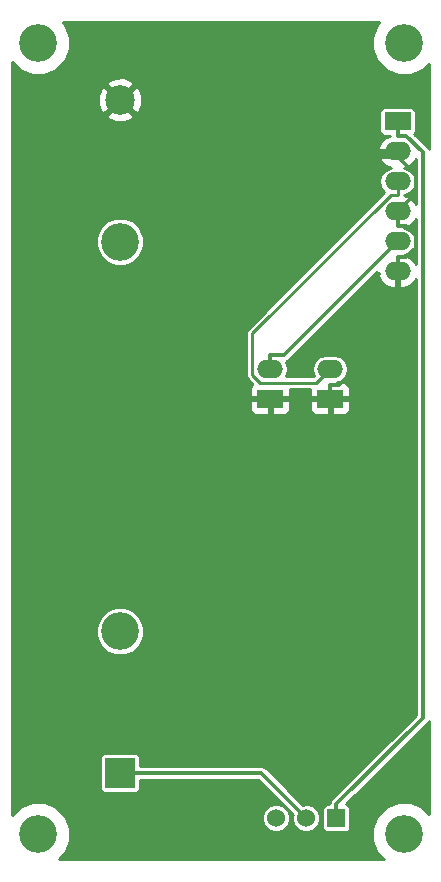
<source format=gbl>
G04 (created by PCBNEW (2013-mar-13)-testing) date Mon 10 Mar 2014 10:58:13 AM CET*
%MOIN*%
G04 Gerber Fmt 3.4, Leading zero omitted, Abs format*
%FSLAX34Y34*%
G01*
G70*
G90*
G04 APERTURE LIST*
%ADD10C,0.005906*%
%ADD11R,0.098425X0.098425*%
%ADD12C,0.098425*%
%ADD13C,0.125984*%
%ADD14R,0.086600X0.060000*%
%ADD15O,0.086600X0.060000*%
%ADD16R,0.060000X0.060000*%
%ADD17C,0.060000*%
%ADD18C,0.126000*%
%ADD19C,0.013780*%
%ADD20C,0.010000*%
G04 APERTURE END LIST*
G54D10*
G54D11*
X45250Y-53470D03*
G54D12*
X45250Y-31029D03*
G54D13*
X45250Y-48746D03*
X45250Y-35753D03*
G54D14*
X50250Y-41000D03*
G54D15*
X50250Y-40000D03*
G54D14*
X52250Y-41000D03*
G54D15*
X52250Y-40000D03*
G54D14*
X54500Y-31750D03*
G54D15*
X54500Y-32750D03*
X54500Y-33750D03*
X54500Y-34750D03*
X54500Y-35750D03*
X54500Y-36750D03*
G54D16*
X52462Y-54980D03*
G54D17*
X51462Y-54980D03*
X50462Y-54980D03*
G54D18*
X54724Y-29133D03*
X42519Y-29133D03*
X54724Y-55511D03*
X42519Y-55511D03*
G54D19*
X50719Y-39530D02*
X50250Y-39530D01*
X54500Y-35750D02*
X50719Y-39530D01*
X50250Y-40000D02*
X50250Y-39530D01*
X54793Y-32219D02*
X54500Y-32219D01*
X55349Y-32775D02*
X54793Y-32219D01*
X55349Y-51624D02*
X55349Y-32775D01*
X52462Y-54511D02*
X55349Y-51624D01*
X52462Y-54980D02*
X52462Y-54511D01*
X54500Y-31750D02*
X54500Y-32219D01*
G54D20*
X51789Y-40460D02*
X52250Y-40000D01*
X49932Y-40460D02*
X51789Y-40460D01*
X49663Y-40190D02*
X49932Y-40460D01*
X49663Y-38811D02*
X49663Y-40190D01*
X54274Y-34200D02*
X49663Y-38811D01*
X54500Y-34200D02*
X54274Y-34200D01*
X54500Y-33750D02*
X54500Y-34200D01*
G54D19*
X50250Y-41000D02*
X50852Y-41000D01*
X52543Y-40530D02*
X52250Y-40530D01*
X54500Y-38574D02*
X52543Y-40530D01*
X54500Y-36750D02*
X54500Y-38574D01*
X52250Y-41000D02*
X50852Y-41000D01*
X52250Y-41000D02*
X52250Y-40530D01*
X54500Y-32750D02*
X54500Y-32935D01*
X47156Y-32935D02*
X54500Y-32935D01*
X45250Y-31029D02*
X47156Y-32935D01*
X55105Y-34144D02*
X54500Y-34750D01*
X55105Y-33541D02*
X55105Y-34144D01*
X54500Y-32935D02*
X55105Y-33541D01*
X54500Y-36750D02*
X54500Y-36280D01*
X54786Y-36280D02*
X54500Y-36280D01*
X55108Y-35959D02*
X54786Y-36280D01*
X55108Y-35534D02*
X55108Y-35959D01*
X54793Y-35219D02*
X55108Y-35534D01*
X54500Y-35219D02*
X54793Y-35219D01*
X54500Y-34750D02*
X54500Y-35219D01*
X49952Y-53470D02*
X45250Y-53470D01*
X51462Y-54980D02*
X49952Y-53470D01*
G54D10*
G36*
X54557Y-34800D02*
X54550Y-34800D01*
X54550Y-34807D01*
X54450Y-34807D01*
X54450Y-34800D01*
X54442Y-34800D01*
X54442Y-34700D01*
X54450Y-34700D01*
X54450Y-34692D01*
X54550Y-34692D01*
X54550Y-34700D01*
X54557Y-34700D01*
X54557Y-34800D01*
X54557Y-34800D01*
G37*
G54D20*
X54557Y-34800D02*
X54550Y-34800D01*
X54550Y-34807D01*
X54450Y-34807D01*
X54450Y-34800D01*
X54442Y-34800D01*
X54442Y-34700D01*
X54450Y-34700D01*
X54450Y-34692D01*
X54550Y-34692D01*
X54550Y-34700D01*
X54557Y-34700D01*
X54557Y-34800D01*
G54D10*
G36*
X55112Y-33749D02*
X55077Y-33570D01*
X54975Y-33418D01*
X54823Y-33317D01*
X54704Y-33293D01*
X54889Y-33238D01*
X55057Y-33103D01*
X55112Y-33001D01*
X55112Y-33749D01*
X55112Y-33749D01*
G37*
G54D20*
X55112Y-33749D02*
X55077Y-33570D01*
X54975Y-33418D01*
X54823Y-33317D01*
X54704Y-33293D01*
X54889Y-33238D01*
X55057Y-33103D01*
X55112Y-33001D01*
X55112Y-33749D01*
G54D10*
G36*
X55112Y-34498D02*
X55057Y-34396D01*
X54889Y-34261D01*
X54716Y-34209D01*
X54717Y-34203D01*
X54823Y-34182D01*
X54975Y-34081D01*
X55077Y-33929D01*
X55112Y-33750D01*
X55112Y-34498D01*
X55112Y-34498D01*
G37*
G54D20*
X55112Y-34498D02*
X55057Y-34396D01*
X54889Y-34261D01*
X54716Y-34209D01*
X54717Y-34203D01*
X54823Y-34182D01*
X54975Y-34081D01*
X55077Y-33929D01*
X55112Y-33750D01*
X55112Y-34498D01*
G54D10*
G36*
X55112Y-35749D02*
X55077Y-35570D01*
X54975Y-35418D01*
X54823Y-35317D01*
X54704Y-35293D01*
X54889Y-35238D01*
X55057Y-35103D01*
X55112Y-35001D01*
X55112Y-35749D01*
X55112Y-35749D01*
G37*
G54D20*
X55112Y-35749D02*
X55077Y-35570D01*
X54975Y-35418D01*
X54823Y-35317D01*
X54704Y-35293D01*
X54889Y-35238D01*
X55057Y-35103D01*
X55112Y-35001D01*
X55112Y-35749D01*
G54D10*
G36*
X55112Y-36498D02*
X55057Y-36396D01*
X54889Y-36261D01*
X54704Y-36206D01*
X54823Y-36182D01*
X54975Y-36081D01*
X55077Y-35929D01*
X55112Y-35750D01*
X55112Y-36498D01*
X55112Y-36498D01*
G37*
G54D20*
X55112Y-36498D02*
X55057Y-36396D01*
X54889Y-36261D01*
X54704Y-36206D01*
X54823Y-36182D01*
X54975Y-36081D01*
X55077Y-35929D01*
X55112Y-35750D01*
X55112Y-36498D01*
G54D10*
G36*
X55550Y-54818D02*
X55333Y-54601D01*
X54938Y-54437D01*
X54511Y-54437D01*
X54116Y-54600D01*
X53814Y-54902D01*
X53650Y-55297D01*
X53650Y-55724D01*
X53813Y-56119D01*
X54043Y-56350D01*
X51930Y-56350D01*
X51930Y-54887D01*
X51859Y-54715D01*
X51728Y-54583D01*
X51556Y-54512D01*
X51369Y-54512D01*
X51341Y-54523D01*
X50933Y-54115D01*
X50933Y-41349D01*
X50933Y-41112D01*
X50870Y-41050D01*
X50300Y-41050D01*
X50300Y-41487D01*
X50362Y-41550D01*
X50633Y-41550D01*
X50732Y-41550D01*
X50824Y-41511D01*
X50894Y-41441D01*
X50933Y-41349D01*
X50933Y-54115D01*
X50200Y-53382D01*
X50200Y-41487D01*
X50200Y-41050D01*
X49629Y-41050D01*
X49567Y-41112D01*
X49567Y-41349D01*
X49605Y-41441D01*
X49675Y-41511D01*
X49767Y-41550D01*
X49866Y-41550D01*
X50137Y-41550D01*
X50200Y-41487D01*
X50200Y-53382D01*
X50120Y-53302D01*
X50043Y-53251D01*
X49952Y-53233D01*
X46048Y-53233D01*
X46048Y-48588D01*
X46048Y-35595D01*
X45995Y-35469D01*
X45995Y-31157D01*
X45987Y-30862D01*
X45890Y-30626D01*
X45774Y-30575D01*
X45704Y-30646D01*
X45704Y-30504D01*
X45653Y-30389D01*
X45377Y-30283D01*
X45082Y-30291D01*
X44846Y-30389D01*
X44795Y-30504D01*
X45250Y-30958D01*
X45704Y-30504D01*
X45704Y-30646D01*
X45320Y-31029D01*
X45774Y-31483D01*
X45890Y-31432D01*
X45995Y-31157D01*
X45995Y-35469D01*
X45926Y-35302D01*
X45704Y-35079D01*
X45704Y-31554D01*
X45250Y-31100D01*
X45179Y-31170D01*
X45179Y-31029D01*
X44725Y-30575D01*
X44609Y-30626D01*
X44504Y-30901D01*
X44512Y-31197D01*
X44609Y-31432D01*
X44725Y-31483D01*
X45179Y-31029D01*
X45179Y-31170D01*
X44795Y-31554D01*
X44846Y-31669D01*
X45122Y-31775D01*
X45417Y-31767D01*
X45653Y-31669D01*
X45704Y-31554D01*
X45704Y-35079D01*
X45702Y-35077D01*
X45409Y-34956D01*
X45091Y-34955D01*
X44798Y-35077D01*
X44573Y-35301D01*
X44452Y-35594D01*
X44451Y-35911D01*
X44573Y-36205D01*
X44797Y-36430D01*
X45090Y-36551D01*
X45408Y-36552D01*
X45701Y-36430D01*
X45926Y-36206D01*
X46047Y-35913D01*
X46048Y-35595D01*
X46048Y-48588D01*
X45926Y-48294D01*
X45702Y-48069D01*
X45409Y-47948D01*
X45091Y-47947D01*
X44798Y-48069D01*
X44573Y-48293D01*
X44452Y-48586D01*
X44451Y-48904D01*
X44573Y-49197D01*
X44797Y-49422D01*
X45090Y-49543D01*
X45408Y-49544D01*
X45701Y-49422D01*
X45926Y-49198D01*
X46047Y-48905D01*
X46048Y-48588D01*
X46048Y-53233D01*
X45910Y-53233D01*
X45910Y-52944D01*
X45884Y-52883D01*
X45837Y-52835D01*
X45775Y-52810D01*
X45708Y-52810D01*
X44724Y-52810D01*
X44662Y-52835D01*
X44615Y-52883D01*
X44589Y-52944D01*
X44589Y-53011D01*
X44589Y-53996D01*
X44615Y-54057D01*
X44662Y-54105D01*
X44724Y-54130D01*
X44791Y-54130D01*
X45775Y-54130D01*
X45837Y-54105D01*
X45884Y-54057D01*
X45910Y-53996D01*
X45910Y-53929D01*
X45910Y-53707D01*
X49854Y-53707D01*
X51006Y-54859D01*
X50994Y-54886D01*
X50994Y-55073D01*
X51065Y-55245D01*
X51197Y-55376D01*
X51369Y-55448D01*
X51555Y-55448D01*
X51727Y-55377D01*
X51859Y-55245D01*
X51930Y-55073D01*
X51930Y-54887D01*
X51930Y-56350D01*
X50930Y-56350D01*
X50930Y-54887D01*
X50859Y-54715D01*
X50728Y-54583D01*
X50556Y-54512D01*
X50369Y-54512D01*
X50197Y-54583D01*
X50065Y-54714D01*
X49994Y-54886D01*
X49994Y-55073D01*
X50065Y-55245D01*
X50197Y-55376D01*
X50369Y-55448D01*
X50555Y-55448D01*
X50727Y-55377D01*
X50859Y-55245D01*
X50930Y-55073D01*
X50930Y-54887D01*
X50930Y-56350D01*
X43200Y-56350D01*
X43429Y-56120D01*
X43593Y-55726D01*
X43593Y-55299D01*
X43430Y-54904D01*
X43128Y-54601D01*
X42734Y-54437D01*
X42306Y-54437D01*
X41912Y-54600D01*
X41650Y-54862D01*
X41650Y-29782D01*
X41910Y-30043D01*
X42305Y-30207D01*
X42732Y-30208D01*
X43127Y-30044D01*
X43429Y-29743D01*
X43593Y-29348D01*
X43593Y-28921D01*
X43430Y-28526D01*
X43354Y-28450D01*
X53889Y-28450D01*
X53814Y-28524D01*
X53650Y-28919D01*
X53650Y-29346D01*
X53813Y-29741D01*
X54115Y-30043D01*
X54509Y-30207D01*
X54937Y-30208D01*
X55331Y-30044D01*
X55550Y-29827D01*
X55550Y-32656D01*
X55517Y-32608D01*
X55065Y-32155D01*
X55075Y-32145D01*
X55101Y-32083D01*
X55101Y-32016D01*
X55101Y-31416D01*
X55075Y-31354D01*
X55028Y-31307D01*
X54966Y-31281D01*
X54899Y-31281D01*
X54033Y-31281D01*
X53971Y-31307D01*
X53924Y-31354D01*
X53898Y-31416D01*
X53898Y-31483D01*
X53898Y-32083D01*
X53924Y-32145D01*
X53971Y-32192D01*
X54033Y-32218D01*
X54100Y-32218D01*
X54255Y-32218D01*
X54110Y-32261D01*
X53942Y-32396D01*
X53839Y-32585D01*
X53833Y-32614D01*
X53882Y-32700D01*
X54450Y-32700D01*
X54450Y-32692D01*
X54550Y-32692D01*
X54550Y-32700D01*
X54557Y-32700D01*
X54557Y-32800D01*
X54550Y-32800D01*
X54550Y-32807D01*
X54450Y-32807D01*
X54450Y-32800D01*
X53882Y-32800D01*
X53833Y-32885D01*
X53839Y-32914D01*
X53942Y-33103D01*
X54110Y-33238D01*
X54295Y-33293D01*
X54176Y-33317D01*
X54024Y-33418D01*
X53922Y-33570D01*
X53887Y-33750D01*
X53922Y-33929D01*
X54024Y-34081D01*
X54061Y-34105D01*
X49508Y-38657D01*
X49461Y-38728D01*
X49445Y-38811D01*
X49445Y-40190D01*
X49461Y-40274D01*
X49508Y-40345D01*
X49663Y-40499D01*
X49605Y-40558D01*
X49567Y-40650D01*
X49567Y-40887D01*
X49629Y-40950D01*
X50200Y-40950D01*
X50200Y-40942D01*
X50300Y-40942D01*
X50300Y-40950D01*
X50870Y-40950D01*
X50933Y-40887D01*
X50933Y-40678D01*
X51567Y-40678D01*
X51567Y-40887D01*
X51629Y-40950D01*
X52200Y-40950D01*
X52200Y-40942D01*
X52300Y-40942D01*
X52300Y-40950D01*
X52870Y-40950D01*
X52933Y-40887D01*
X52933Y-40650D01*
X52894Y-40558D01*
X52824Y-40488D01*
X52732Y-40450D01*
X52633Y-40450D01*
X52485Y-40450D01*
X52573Y-40432D01*
X52725Y-40331D01*
X52827Y-40179D01*
X52862Y-40000D01*
X52827Y-39820D01*
X52725Y-39668D01*
X52573Y-39567D01*
X52394Y-39531D01*
X52105Y-39531D01*
X51926Y-39567D01*
X51774Y-39668D01*
X51672Y-39820D01*
X51637Y-40000D01*
X51672Y-40179D01*
X51708Y-40232D01*
X51699Y-40241D01*
X50785Y-40241D01*
X50827Y-40179D01*
X50862Y-40000D01*
X50827Y-39820D01*
X50783Y-39755D01*
X50809Y-39749D01*
X50886Y-39698D01*
X53817Y-36768D01*
X53817Y-36800D01*
X53882Y-36800D01*
X53833Y-36885D01*
X53839Y-36914D01*
X53942Y-37103D01*
X54110Y-37238D01*
X54317Y-37300D01*
X54450Y-37300D01*
X54450Y-36800D01*
X54442Y-36800D01*
X54442Y-36700D01*
X54450Y-36700D01*
X54450Y-36692D01*
X54550Y-36692D01*
X54550Y-36700D01*
X54557Y-36700D01*
X54557Y-36800D01*
X54550Y-36800D01*
X54550Y-37300D01*
X54683Y-37300D01*
X54889Y-37238D01*
X55057Y-37103D01*
X55112Y-37001D01*
X55112Y-51525D01*
X54450Y-52188D01*
X52933Y-53705D01*
X52933Y-41349D01*
X52933Y-41112D01*
X52870Y-41050D01*
X52300Y-41050D01*
X52300Y-41487D01*
X52362Y-41550D01*
X52633Y-41550D01*
X52732Y-41550D01*
X52824Y-41511D01*
X52894Y-41441D01*
X52933Y-41349D01*
X52933Y-53705D01*
X52295Y-54343D01*
X52243Y-54420D01*
X52225Y-54511D01*
X52225Y-54512D01*
X52200Y-54512D01*
X52200Y-41487D01*
X52200Y-41050D01*
X51629Y-41050D01*
X51567Y-41112D01*
X51567Y-41349D01*
X51605Y-41441D01*
X51675Y-41511D01*
X51767Y-41550D01*
X51866Y-41550D01*
X52137Y-41550D01*
X52200Y-41487D01*
X52200Y-54512D01*
X52129Y-54512D01*
X52067Y-54537D01*
X52020Y-54585D01*
X51994Y-54646D01*
X51994Y-54713D01*
X51994Y-55313D01*
X52020Y-55375D01*
X52067Y-55422D01*
X52129Y-55448D01*
X52196Y-55448D01*
X52796Y-55448D01*
X52857Y-55422D01*
X52905Y-55375D01*
X52930Y-55313D01*
X52930Y-55246D01*
X52930Y-54646D01*
X52905Y-54585D01*
X52857Y-54537D01*
X52796Y-54512D01*
X55517Y-51791D01*
X55517Y-51791D01*
X55550Y-51742D01*
X55550Y-54818D01*
X55550Y-54818D01*
G37*
G54D20*
X55550Y-54818D02*
X55333Y-54601D01*
X54938Y-54437D01*
X54511Y-54437D01*
X54116Y-54600D01*
X53814Y-54902D01*
X53650Y-55297D01*
X53650Y-55724D01*
X53813Y-56119D01*
X54043Y-56350D01*
X51930Y-56350D01*
X51930Y-54887D01*
X51859Y-54715D01*
X51728Y-54583D01*
X51556Y-54512D01*
X51369Y-54512D01*
X51341Y-54523D01*
X50933Y-54115D01*
X50933Y-41349D01*
X50933Y-41112D01*
X50870Y-41050D01*
X50300Y-41050D01*
X50300Y-41487D01*
X50362Y-41550D01*
X50633Y-41550D01*
X50732Y-41550D01*
X50824Y-41511D01*
X50894Y-41441D01*
X50933Y-41349D01*
X50933Y-54115D01*
X50200Y-53382D01*
X50200Y-41487D01*
X50200Y-41050D01*
X49629Y-41050D01*
X49567Y-41112D01*
X49567Y-41349D01*
X49605Y-41441D01*
X49675Y-41511D01*
X49767Y-41550D01*
X49866Y-41550D01*
X50137Y-41550D01*
X50200Y-41487D01*
X50200Y-53382D01*
X50120Y-53302D01*
X50043Y-53251D01*
X49952Y-53233D01*
X46048Y-53233D01*
X46048Y-48588D01*
X46048Y-35595D01*
X45995Y-35469D01*
X45995Y-31157D01*
X45987Y-30862D01*
X45890Y-30626D01*
X45774Y-30575D01*
X45704Y-30646D01*
X45704Y-30504D01*
X45653Y-30389D01*
X45377Y-30283D01*
X45082Y-30291D01*
X44846Y-30389D01*
X44795Y-30504D01*
X45250Y-30958D01*
X45704Y-30504D01*
X45704Y-30646D01*
X45320Y-31029D01*
X45774Y-31483D01*
X45890Y-31432D01*
X45995Y-31157D01*
X45995Y-35469D01*
X45926Y-35302D01*
X45704Y-35079D01*
X45704Y-31554D01*
X45250Y-31100D01*
X45179Y-31170D01*
X45179Y-31029D01*
X44725Y-30575D01*
X44609Y-30626D01*
X44504Y-30901D01*
X44512Y-31197D01*
X44609Y-31432D01*
X44725Y-31483D01*
X45179Y-31029D01*
X45179Y-31170D01*
X44795Y-31554D01*
X44846Y-31669D01*
X45122Y-31775D01*
X45417Y-31767D01*
X45653Y-31669D01*
X45704Y-31554D01*
X45704Y-35079D01*
X45702Y-35077D01*
X45409Y-34956D01*
X45091Y-34955D01*
X44798Y-35077D01*
X44573Y-35301D01*
X44452Y-35594D01*
X44451Y-35911D01*
X44573Y-36205D01*
X44797Y-36430D01*
X45090Y-36551D01*
X45408Y-36552D01*
X45701Y-36430D01*
X45926Y-36206D01*
X46047Y-35913D01*
X46048Y-35595D01*
X46048Y-48588D01*
X45926Y-48294D01*
X45702Y-48069D01*
X45409Y-47948D01*
X45091Y-47947D01*
X44798Y-48069D01*
X44573Y-48293D01*
X44452Y-48586D01*
X44451Y-48904D01*
X44573Y-49197D01*
X44797Y-49422D01*
X45090Y-49543D01*
X45408Y-49544D01*
X45701Y-49422D01*
X45926Y-49198D01*
X46047Y-48905D01*
X46048Y-48588D01*
X46048Y-53233D01*
X45910Y-53233D01*
X45910Y-52944D01*
X45884Y-52883D01*
X45837Y-52835D01*
X45775Y-52810D01*
X45708Y-52810D01*
X44724Y-52810D01*
X44662Y-52835D01*
X44615Y-52883D01*
X44589Y-52944D01*
X44589Y-53011D01*
X44589Y-53996D01*
X44615Y-54057D01*
X44662Y-54105D01*
X44724Y-54130D01*
X44791Y-54130D01*
X45775Y-54130D01*
X45837Y-54105D01*
X45884Y-54057D01*
X45910Y-53996D01*
X45910Y-53929D01*
X45910Y-53707D01*
X49854Y-53707D01*
X51006Y-54859D01*
X50994Y-54886D01*
X50994Y-55073D01*
X51065Y-55245D01*
X51197Y-55376D01*
X51369Y-55448D01*
X51555Y-55448D01*
X51727Y-55377D01*
X51859Y-55245D01*
X51930Y-55073D01*
X51930Y-54887D01*
X51930Y-56350D01*
X50930Y-56350D01*
X50930Y-54887D01*
X50859Y-54715D01*
X50728Y-54583D01*
X50556Y-54512D01*
X50369Y-54512D01*
X50197Y-54583D01*
X50065Y-54714D01*
X49994Y-54886D01*
X49994Y-55073D01*
X50065Y-55245D01*
X50197Y-55376D01*
X50369Y-55448D01*
X50555Y-55448D01*
X50727Y-55377D01*
X50859Y-55245D01*
X50930Y-55073D01*
X50930Y-54887D01*
X50930Y-56350D01*
X43200Y-56350D01*
X43429Y-56120D01*
X43593Y-55726D01*
X43593Y-55299D01*
X43430Y-54904D01*
X43128Y-54601D01*
X42734Y-54437D01*
X42306Y-54437D01*
X41912Y-54600D01*
X41650Y-54862D01*
X41650Y-29782D01*
X41910Y-30043D01*
X42305Y-30207D01*
X42732Y-30208D01*
X43127Y-30044D01*
X43429Y-29743D01*
X43593Y-29348D01*
X43593Y-28921D01*
X43430Y-28526D01*
X43354Y-28450D01*
X53889Y-28450D01*
X53814Y-28524D01*
X53650Y-28919D01*
X53650Y-29346D01*
X53813Y-29741D01*
X54115Y-30043D01*
X54509Y-30207D01*
X54937Y-30208D01*
X55331Y-30044D01*
X55550Y-29827D01*
X55550Y-32656D01*
X55517Y-32608D01*
X55065Y-32155D01*
X55075Y-32145D01*
X55101Y-32083D01*
X55101Y-32016D01*
X55101Y-31416D01*
X55075Y-31354D01*
X55028Y-31307D01*
X54966Y-31281D01*
X54899Y-31281D01*
X54033Y-31281D01*
X53971Y-31307D01*
X53924Y-31354D01*
X53898Y-31416D01*
X53898Y-31483D01*
X53898Y-32083D01*
X53924Y-32145D01*
X53971Y-32192D01*
X54033Y-32218D01*
X54100Y-32218D01*
X54255Y-32218D01*
X54110Y-32261D01*
X53942Y-32396D01*
X53839Y-32585D01*
X53833Y-32614D01*
X53882Y-32700D01*
X54450Y-32700D01*
X54450Y-32692D01*
X54550Y-32692D01*
X54550Y-32700D01*
X54557Y-32700D01*
X54557Y-32800D01*
X54550Y-32800D01*
X54550Y-32807D01*
X54450Y-32807D01*
X54450Y-32800D01*
X53882Y-32800D01*
X53833Y-32885D01*
X53839Y-32914D01*
X53942Y-33103D01*
X54110Y-33238D01*
X54295Y-33293D01*
X54176Y-33317D01*
X54024Y-33418D01*
X53922Y-33570D01*
X53887Y-33750D01*
X53922Y-33929D01*
X54024Y-34081D01*
X54061Y-34105D01*
X49508Y-38657D01*
X49461Y-38728D01*
X49445Y-38811D01*
X49445Y-40190D01*
X49461Y-40274D01*
X49508Y-40345D01*
X49663Y-40499D01*
X49605Y-40558D01*
X49567Y-40650D01*
X49567Y-40887D01*
X49629Y-40950D01*
X50200Y-40950D01*
X50200Y-40942D01*
X50300Y-40942D01*
X50300Y-40950D01*
X50870Y-40950D01*
X50933Y-40887D01*
X50933Y-40678D01*
X51567Y-40678D01*
X51567Y-40887D01*
X51629Y-40950D01*
X52200Y-40950D01*
X52200Y-40942D01*
X52300Y-40942D01*
X52300Y-40950D01*
X52870Y-40950D01*
X52933Y-40887D01*
X52933Y-40650D01*
X52894Y-40558D01*
X52824Y-40488D01*
X52732Y-40450D01*
X52633Y-40450D01*
X52485Y-40450D01*
X52573Y-40432D01*
X52725Y-40331D01*
X52827Y-40179D01*
X52862Y-40000D01*
X52827Y-39820D01*
X52725Y-39668D01*
X52573Y-39567D01*
X52394Y-39531D01*
X52105Y-39531D01*
X51926Y-39567D01*
X51774Y-39668D01*
X51672Y-39820D01*
X51637Y-40000D01*
X51672Y-40179D01*
X51708Y-40232D01*
X51699Y-40241D01*
X50785Y-40241D01*
X50827Y-40179D01*
X50862Y-40000D01*
X50827Y-39820D01*
X50783Y-39755D01*
X50809Y-39749D01*
X50886Y-39698D01*
X53817Y-36768D01*
X53817Y-36800D01*
X53882Y-36800D01*
X53833Y-36885D01*
X53839Y-36914D01*
X53942Y-37103D01*
X54110Y-37238D01*
X54317Y-37300D01*
X54450Y-37300D01*
X54450Y-36800D01*
X54442Y-36800D01*
X54442Y-36700D01*
X54450Y-36700D01*
X54450Y-36692D01*
X54550Y-36692D01*
X54550Y-36700D01*
X54557Y-36700D01*
X54557Y-36800D01*
X54550Y-36800D01*
X54550Y-37300D01*
X54683Y-37300D01*
X54889Y-37238D01*
X55057Y-37103D01*
X55112Y-37001D01*
X55112Y-51525D01*
X54450Y-52188D01*
X52933Y-53705D01*
X52933Y-41349D01*
X52933Y-41112D01*
X52870Y-41050D01*
X52300Y-41050D01*
X52300Y-41487D01*
X52362Y-41550D01*
X52633Y-41550D01*
X52732Y-41550D01*
X52824Y-41511D01*
X52894Y-41441D01*
X52933Y-41349D01*
X52933Y-53705D01*
X52295Y-54343D01*
X52243Y-54420D01*
X52225Y-54511D01*
X52225Y-54512D01*
X52200Y-54512D01*
X52200Y-41487D01*
X52200Y-41050D01*
X51629Y-41050D01*
X51567Y-41112D01*
X51567Y-41349D01*
X51605Y-41441D01*
X51675Y-41511D01*
X51767Y-41550D01*
X51866Y-41550D01*
X52137Y-41550D01*
X52200Y-41487D01*
X52200Y-54512D01*
X52129Y-54512D01*
X52067Y-54537D01*
X52020Y-54585D01*
X51994Y-54646D01*
X51994Y-54713D01*
X51994Y-55313D01*
X52020Y-55375D01*
X52067Y-55422D01*
X52129Y-55448D01*
X52196Y-55448D01*
X52796Y-55448D01*
X52857Y-55422D01*
X52905Y-55375D01*
X52930Y-55313D01*
X52930Y-55246D01*
X52930Y-54646D01*
X52905Y-54585D01*
X52857Y-54537D01*
X52796Y-54512D01*
X55517Y-51791D01*
X55517Y-51791D01*
X55550Y-51742D01*
X55550Y-54818D01*
M02*

</source>
